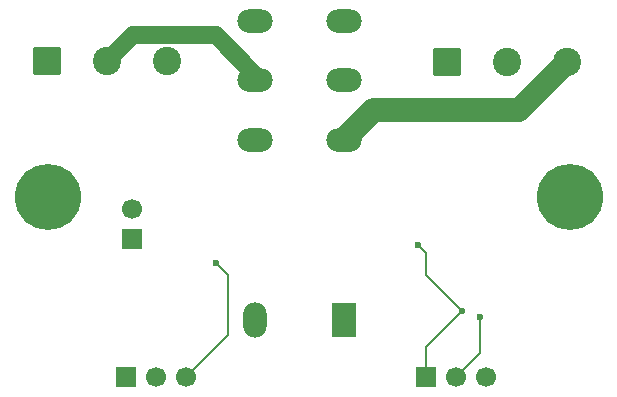
<source format=gbr>
%TF.GenerationSoftware,KiCad,Pcbnew,9.0.3*%
%TF.CreationDate,2025-12-07T20:19:00-06:00*%
%TF.ProjectId,AmmeterRelays,416d6d65-7465-4725-9265-6c6179732e6b,rev?*%
%TF.SameCoordinates,Original*%
%TF.FileFunction,Copper,L2,Bot*%
%TF.FilePolarity,Positive*%
%FSLAX46Y46*%
G04 Gerber Fmt 4.6, Leading zero omitted, Abs format (unit mm)*
G04 Created by KiCad (PCBNEW 9.0.3) date 2025-12-07 20:19:00*
%MOMM*%
%LPD*%
G01*
G04 APERTURE LIST*
G04 Aperture macros list*
%AMRoundRect*
0 Rectangle with rounded corners*
0 $1 Rounding radius*
0 $2 $3 $4 $5 $6 $7 $8 $9 X,Y pos of 4 corners*
0 Add a 4 corners polygon primitive as box body*
4,1,4,$2,$3,$4,$5,$6,$7,$8,$9,$2,$3,0*
0 Add four circle primitives for the rounded corners*
1,1,$1+$1,$2,$3*
1,1,$1+$1,$4,$5*
1,1,$1+$1,$6,$7*
1,1,$1+$1,$8,$9*
0 Add four rect primitives between the rounded corners*
20,1,$1+$1,$2,$3,$4,$5,0*
20,1,$1+$1,$4,$5,$6,$7,0*
20,1,$1+$1,$6,$7,$8,$9,0*
20,1,$1+$1,$8,$9,$2,$3,0*%
G04 Aperture macros list end*
%TA.AperFunction,ComponentPad*%
%ADD10R,1.700000X1.700000*%
%TD*%
%TA.AperFunction,ComponentPad*%
%ADD11C,1.700000*%
%TD*%
%TA.AperFunction,ComponentPad*%
%ADD12RoundRect,0.250001X-0.949999X-0.949999X0.949999X-0.949999X0.949999X0.949999X-0.949999X0.949999X0*%
%TD*%
%TA.AperFunction,ComponentPad*%
%ADD13C,2.400000*%
%TD*%
%TA.AperFunction,ComponentPad*%
%ADD14O,3.000000X2.000000*%
%TD*%
%TA.AperFunction,ComponentPad*%
%ADD15R,2.000000X3.000000*%
%TD*%
%TA.AperFunction,ComponentPad*%
%ADD16O,2.000000X3.000000*%
%TD*%
%TA.AperFunction,ComponentPad*%
%ADD17C,3.600000*%
%TD*%
%TA.AperFunction,ConnectorPad*%
%ADD18C,5.600000*%
%TD*%
%TA.AperFunction,ViaPad*%
%ADD19C,0.600000*%
%TD*%
%TA.AperFunction,Conductor*%
%ADD20C,1.500000*%
%TD*%
%TA.AperFunction,Conductor*%
%ADD21C,0.200000*%
%TD*%
%TA.AperFunction,Conductor*%
%ADD22C,2.000000*%
%TD*%
G04 APERTURE END LIST*
D10*
%TO.P,JP1,1,A*%
%TO.N,GNDPWR*%
X74168000Y-59436000D03*
D11*
%TO.P,JP1,2,B*%
%TO.N,GND*%
X74168000Y-56896000D03*
%TD*%
D12*
%TO.P,J5,1,Pin_1*%
%TO.N,Net-(J5-Pin_1)*%
X67010000Y-44346500D03*
D13*
%TO.P,J5,2,Pin_2*%
%TO.N,Net-(J5-Pin_2)*%
X72090000Y-44346500D03*
%TO.P,J5,3,Pin_3*%
%TO.N,Net-(J5-Pin_3)*%
X77170000Y-44346500D03*
%TD*%
D14*
%TO.P,K1,11*%
%TO.N,Net-(K1-Pad11)*%
X92142000Y-45952000D03*
%TO.P,K1,12*%
%TO.N,Net-(J1-Pin_3)*%
X92142000Y-50992000D03*
%TO.P,K1,14*%
%TO.N,Net-(J1-Pin_1)*%
X92142000Y-40912000D03*
%TO.P,K1,21*%
%TO.N,Net-(J5-Pin_2)*%
X84642000Y-45952000D03*
%TO.P,K1,22*%
%TO.N,Net-(J5-Pin_3)*%
X84642000Y-50992000D03*
%TO.P,K1,24*%
%TO.N,Net-(J5-Pin_1)*%
X84642000Y-40912000D03*
D15*
%TO.P,K1,A1*%
%TO.N,Net-(Q1-D)*%
X92142000Y-66252000D03*
D16*
%TO.P,K1,A2*%
%TO.N,Net-(J2-Pin_1)*%
X84642000Y-66252000D03*
%TD*%
D17*
%TO.P,H1,1*%
%TO.N,N/C*%
X67056000Y-55880000D03*
D18*
X67056000Y-55880000D03*
%TD*%
D10*
%TO.P,J2,1,Pin_1*%
%TO.N,Net-(J2-Pin_1)*%
X73660000Y-71120000D03*
D11*
%TO.P,J2,2,Pin_2*%
%TO.N,GNDPWR*%
X76200000Y-71120000D03*
%TO.P,J2,3,Pin_3*%
%TO.N,Net-(J2-Pin_3)*%
X78740000Y-71120000D03*
%TD*%
D17*
%TO.P,H2,1*%
%TO.N,N/C*%
X111252000Y-55880000D03*
D18*
X111252000Y-55880000D03*
%TD*%
D10*
%TO.P,J3,1,Pin_1*%
%TO.N,GND*%
X99060000Y-71120000D03*
D11*
%TO.P,J3,2,Pin_2*%
%TO.N,Net-(J3-Pin_2)*%
X101600000Y-71120000D03*
%TO.P,J3,3,Pin_3*%
%TO.N,Net-(J3-Pin_3)*%
X104140000Y-71120000D03*
%TD*%
D12*
%TO.P,J1,1,Pin_1*%
%TO.N,Net-(J1-Pin_1)*%
X100838000Y-44450000D03*
D13*
%TO.P,J1,2,Pin_2*%
%TO.N,Net-(J1-Pin_2)*%
X105918000Y-44450000D03*
%TO.P,J1,3,Pin_3*%
%TO.N,Net-(J1-Pin_3)*%
X110998000Y-44450000D03*
%TD*%
D19*
%TO.N,Net-(J2-Pin_3)*%
X81280000Y-61468000D03*
%TO.N,GND*%
X98425000Y-59944000D03*
X102108000Y-65532000D03*
%TO.N,Net-(J3-Pin_2)*%
X103632000Y-66040000D03*
%TD*%
D20*
%TO.N,Net-(J5-Pin_2)*%
X84642000Y-45526000D02*
X84642000Y-45952000D01*
X81280000Y-42164000D02*
X84642000Y-45526000D01*
X74272500Y-42164000D02*
X81280000Y-42164000D01*
X72090000Y-44346500D02*
X74272500Y-42164000D01*
D21*
%TO.N,Net-(J2-Pin_3)*%
X82296000Y-67564000D02*
X78740000Y-71120000D01*
X82296000Y-62484000D02*
X82296000Y-67564000D01*
X81280000Y-61468000D02*
X82296000Y-62484000D01*
%TO.N,GND*%
X99060000Y-68580000D02*
X102108000Y-65532000D01*
X99060000Y-71120000D02*
X99060000Y-68580000D01*
X99060000Y-60579000D02*
X99060000Y-62484000D01*
X99060000Y-62484000D02*
X102108000Y-65532000D01*
X98425000Y-59944000D02*
X99060000Y-60579000D01*
%TO.N,Net-(J3-Pin_2)*%
X103632000Y-69088000D02*
X103632000Y-66040000D01*
X101600000Y-71120000D02*
X103632000Y-69088000D01*
D22*
%TO.N,Net-(J1-Pin_3)*%
X94620000Y-48514000D02*
X92142000Y-50992000D01*
X110998000Y-44450000D02*
X106934000Y-48514000D01*
X106934000Y-48514000D02*
X94620000Y-48514000D01*
%TD*%
M02*

</source>
